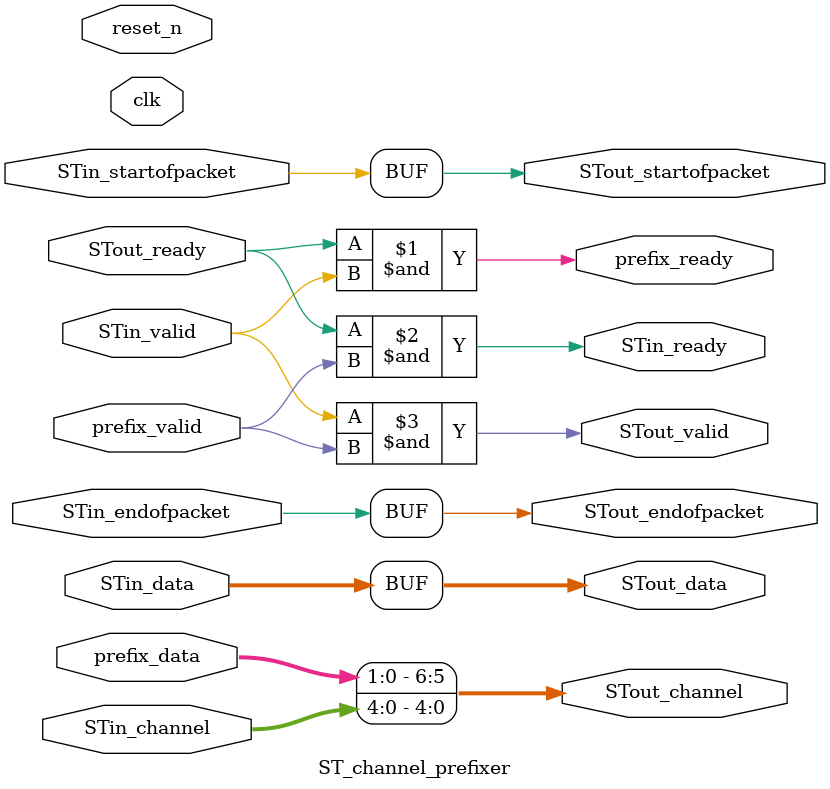
<source format=v>

`timescale 1 ps / 1 ps
module ST_channel_prefixer (
		input  wire        clk,                 //              clock_sink.clk
		input  wire        reset_n,             //              reset_sink.reset_n
		output wire        prefix_ready,        //                  prefix.ready
		input  wire        prefix_valid,        //                        .valid
		input  wire [1:0]  prefix_data,         //                        .data
		output wire        STin_ready,          //   avalon_streaming_sink.ready
		input  wire        STin_valid,          //                        .valid
		input  wire [11:0] STin_data,           //                        .data
		input  wire [4:0]  STin_channel,        //                        .channel
		input  wire        STin_startofpacket,  //                        .startofpacket
		input  wire        STin_endofpacket,    //                        .endofpacket
		input  wire        STout_ready,         // avalon_streaming_source.ready
		output wire        STout_valid,         //                        .valid
		output wire [11:0] STout_data,          //                        .data
		output wire [6:0]  STout_channel,       //                        .channel
		output wire        STout_startofpacket, //                        .startofpacket
		output wire        STout_endofpacket    //                        .endofpacket
	);

	assign prefix_ready = STout_ready & STin_valid;
	assign STin_ready = STout_ready & prefix_valid;
	assign STout_valid = STin_valid & prefix_valid;

	assign STout_data = STin_data;
	assign STout_channel = {prefix_data, STin_channel};

	assign STout_startofpacket = STin_startofpacket;
	assign STout_endofpacket = STin_endofpacket;

endmodule

</source>
